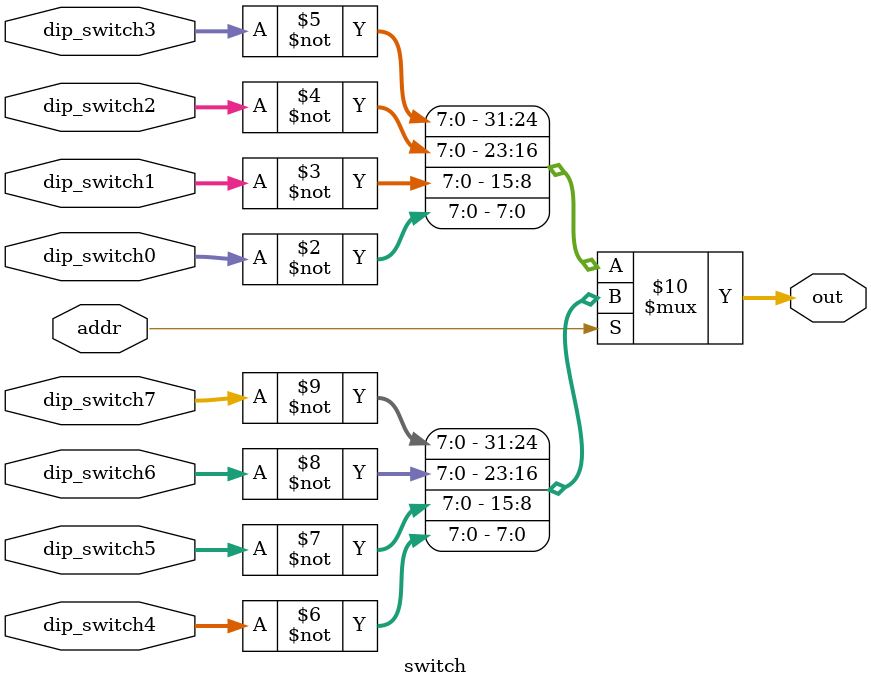
<source format=v>
`timescale 1ns / 1ps
module switch(
	input [7:0] dip_switch0,
	input [7:0] dip_switch1,
	input [7:0] dip_switch2,
	input [7:0] dip_switch3,
	input [7:0] dip_switch4,
	input [7:0] dip_switch5,
	input [7:0] dip_switch6,
	input [7:0] dip_switch7,
	output [31:0] out,
	input  addr
    );

	assign out = (addr == 1'b0) ? {~dip_switch3, ~dip_switch2, ~dip_switch1, ~dip_switch0} :
											{~dip_switch7, ~dip_switch6, ~dip_switch5, ~dip_switch4} ;
endmodule

</source>
